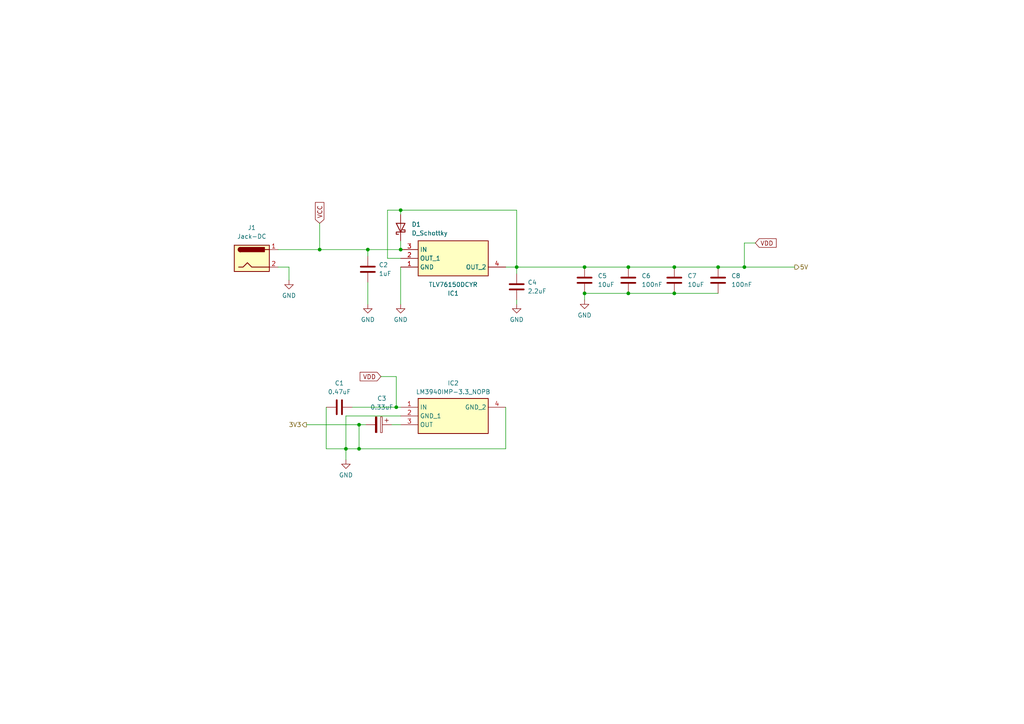
<source format=kicad_sch>
(kicad_sch (version 20230121) (generator eeschema)
  (paper "A4")
  (lib_symbols
    (symbol "Connector:Jack-DC" (pin_names (offset 1.016))
      (property "Reference" "J" (at 0 5.334 0))
      (property "Value" "Jack-DC" (at 0 -5.08 0))
      (symbol "Jack-DC_0_1"
        (rectangle (start -5.08 3.81) (end 5.08 -3.81) (stroke (width 0.254)) (fill (type background)))
        (arc (start -3.302 3.175) (mid -3.9343 2.54) (end -3.302 1.905) (stroke (width 0.254)))
        (arc (start -3.302 3.175) (mid -3.9343 2.54) (end -3.302 1.905) (stroke (width 0.254)) (fill (type outline)))
        (polyline (pts (xy 5.08 2.54) (xy 3.81 2.54)) (stroke (width 0.254)))
        (polyline (pts (xy -3.81 -2.54) (xy -2.54 -2.54) (xy -1.27 -1.27) (xy 0 -2.54) (xy 2.54 -2.54) (xy 5.08 -2.54)) (stroke (width 0.254)))
        (rectangle (start 3.683 3.175) (end -3.302 1.905) (stroke (width 0.254)) (fill (type outline)))
      )
      (symbol "Jack-DC_1_1"
        (pin passive line (at 7.62 2.54 180) (length 2.54) (name "~") (number "1"))
        (pin passive line (at 7.62 -2.54 180) (length 2.54) (name "~") (number "2"))
      )
    )
    (symbol "Device:C" (pin_numbers hide) (pin_names (offset 0.254))
      (property "Reference" "C" (at 0.635 2.54 0))
      (property "Value" "C" (at 0.635 -2.54 0))
      (symbol "C_0_1"
        (polyline (pts (xy -2.032 -0.762) (xy 2.032 -0.762)) (stroke (width 0.508)))
        (polyline (pts (xy -2.032 0.762) (xy 2.032 0.762)) (stroke (width 0.508)))
      )
      (symbol "C_1_1"
        (pin passive line (at 0 3.81 270) (length 2.794) (name "~") (number "1"))
        (pin passive line (at 0 -3.81 90) (length 2.794) (name "~") (number "2"))
      )
    )
    (symbol "Device:C_Polarized" (pin_numbers hide) (pin_names (offset 0.254))
      (property "Reference" "C" (at 0.635 2.54 0))
      (property "Value" "C_Polarized" (at 0.635 -2.54 0))
      (symbol "C_Polarized_0_1"
        (rectangle (start -2.286 0.508) (end 2.286 1.016))
        (polyline (pts (xy -1.778 2.286) (xy -0.762 2.286)))
        (polyline (pts (xy -1.27 2.794) (xy -1.27 1.778)))
        (rectangle (start 2.286 -0.508) (end -2.286 -1.016) (fill (type outline)))
      )
      (symbol "C_Polarized_1_1"
        (pin passive line (at 0 3.81 270) (length 2.794) (name "~") (number "1"))
        (pin passive line (at 0 -3.81 90) (length 2.794) (name "~") (number "2"))
      )
    )
    (symbol "Device:D_Schottky" (pin_numbers hide) (pin_names (offset 1.016) hide)
      (property "Reference" "D" (at 0 2.54 0))
      (property "Value" "D_Schottky" (at 0 -2.54 0))
      (symbol "D_Schottky_0_1"
        (polyline (pts (xy 1.27 0) (xy -1.27 0)))
        (polyline (pts (xy 1.27 1.27) (xy 1.27 -1.27) (xy -1.27 0) (xy 1.27 1.27)) (stroke (width 0.254)))
        (polyline (pts (xy -1.905 0.635) (xy -1.905 1.27) (xy -1.27 1.27) (xy -1.27 -1.27) (xy -0.635 -1.27) (xy -0.635 -0.635)) (stroke (width 0.254)))
      )
      (symbol "D_Schottky_1_1"
        (pin passive line (at -3.81 0 0) (length 2.54) (name "K") (number "1"))
        (pin passive line (at 3.81 0 180) (length 2.54) (name "A") (number "2"))
      )
    )
    (symbol "SamacSys_Parts:LM3940IMP-3.3_NOPB"
      (property "Reference" "IC" (at 26.67 7.62 0))
      (property "Value" "LM3940IMP-3.3_NOPB" (at 26.67 5.08 0))
      (symbol "LM3940IMP-3.3_NOPB_1_1"
        (rectangle (start 5.08 2.54) (end 25.4 -7.62) (stroke (width 0.254)) (fill (type background)))
        (pin passive line (at 0 0 0) (length 5.08) (name "IN") (number "1"))
        (pin passive line (at 0 -2.54 0) (length 5.08) (name "GND_1") (number "2"))
        (pin passive line (at 0 -5.08 0) (length 5.08) (name "OUT") (number "3"))
        (pin passive line (at 30.48 0 180) (length 5.08) (name "GND_2") (number "4"))
      )
    )
    (symbol "SamacSys_Parts:TLV76150DCYR"
      (property "Reference" "IC" (at 26.67 7.62 0))
      (property "Value" "TLV76150DCYR" (at 26.67 5.08 0))
      (symbol "TLV76150DCYR_1_1"
        (rectangle (start 5.08 2.54) (end 25.4 -7.62) (stroke (width 0.254)) (fill (type background)))
        (pin passive line (at 0 0 0) (length 5.08) (name "GND") (number "1"))
        (pin passive line (at 0 -2.54 0) (length 5.08) (name "OUT_1") (number "2"))
        (pin passive line (at 0 -5.08 0) (length 5.08) (name "IN") (number "3"))
        (pin passive line (at 30.48 0 180) (length 5.08) (name "OUT_2") (number "4"))
      )
    )
    (symbol "power:GND" (power) (pin_names (offset 0))
      (property "Value" "GND" (at 0 -3.81 0))
      (symbol "GND_0_1"
        (polyline (pts (xy 0 0) (xy 0 -1.27) (xy 1.27 -1.27) (xy 0 -2.54) (xy -1.27 -1.27) (xy 0 -1.27)))
      )
      (symbol "GND_1_1"
        (pin power_in line (at 0 0 270) (length 0) hide (name "GND") (number "1"))
      )
    )
  )
  (junction (at 92.71 72.39))
  (junction (at 208.28 77.47))
  (junction (at 195.58 85.09))
  (junction (at 106.68 72.39))
  (junction (at 100.33 130.175))
  (junction (at 195.58 77.47))
  (junction (at 149.86 77.47))
  (junction (at 215.9 77.47))
  (junction (at 104.14 123.19))
  (junction (at 169.545 85.09))
  (junction (at 182.245 85.09))
  (junction (at 114.935 118.11))
  (junction (at 116.205 72.39))
  (junction (at 182.245 77.47))
  (junction (at 116.205 60.96))
  (junction (at 104.14 130.175))
  (junction (at 169.545 77.47))
  (wire (pts (xy 116.205 120.65) (xy 100.33 120.65)))
  (wire (pts (xy 94.615 130.175) (xy 100.33 130.175)))
  (wire (pts (xy 100.33 120.65) (xy 100.33 130.175)))
  (wire (pts (xy 88.9 123.19) (xy 104.14 123.19)))
  (wire (pts (xy 114.935 118.11) (xy 116.205 118.11)))
  (wire (pts (xy 112.395 60.96) (xy 112.395 74.93)))
  (wire (pts (xy 169.545 85.09) (xy 169.545 86.995)))
  (wire (pts (xy 113.665 123.19) (xy 116.205 123.19)))
  (wire (pts (xy 149.86 77.47) (xy 149.86 60.96)))
  (wire (pts (xy 169.545 77.47) (xy 182.245 77.47)))
  (wire (pts (xy 195.58 77.47) (xy 208.28 77.47)))
  (wire (pts (xy 92.71 72.39) (xy 80.645 72.39)))
  (wire (pts (xy 215.9 70.485) (xy 219.075 70.485)))
  (wire (pts (xy 100.33 130.175) (xy 104.14 130.175)))
  (wire (pts (xy 146.685 77.47) (xy 149.86 77.47)))
  (wire (pts (xy 116.205 60.96) (xy 116.205 62.23)))
  (wire (pts (xy 114.935 109.22) (xy 114.935 118.11)))
  (wire (pts (xy 146.685 118.11) (xy 146.685 130.175)))
  (wire (pts (xy 106.045 123.19) (xy 104.14 123.19)))
  (wire (pts (xy 102.235 118.11) (xy 114.935 118.11)))
  (wire (pts (xy 80.645 77.47) (xy 83.82 77.47)))
  (wire (pts (xy 215.9 77.47) (xy 230.505 77.47)))
  (wire (pts (xy 106.68 72.39) (xy 92.71 72.39)))
  (wire (pts (xy 215.9 77.47) (xy 208.28 77.47)))
  (wire (pts (xy 106.68 74.295) (xy 106.68 72.39)))
  (wire (pts (xy 195.58 85.09) (xy 208.28 85.09)))
  (wire (pts (xy 94.615 118.11) (xy 94.615 130.175)))
  (wire (pts (xy 116.205 77.47) (xy 116.205 88.265)))
  (wire (pts (xy 100.33 130.175) (xy 100.33 133.35)))
  (wire (pts (xy 112.395 60.96) (xy 116.205 60.96)))
  (wire (pts (xy 92.71 64.77) (xy 92.71 72.39)))
  (wire (pts (xy 182.245 77.47) (xy 195.58 77.47)))
  (wire (pts (xy 215.9 70.485) (xy 215.9 77.47)))
  (wire (pts (xy 116.205 69.85) (xy 116.205 72.39)))
  (wire (pts (xy 106.68 72.39) (xy 116.205 72.39)))
  (wire (pts (xy 149.86 79.375) (xy 149.86 77.47)))
  (wire (pts (xy 182.245 85.09) (xy 195.58 85.09)))
  (wire (pts (xy 149.86 86.995) (xy 149.86 88.265)))
  (wire (pts (xy 104.14 130.175) (xy 146.685 130.175)))
  (wire (pts (xy 169.545 85.09) (xy 182.245 85.09)))
  (wire (pts (xy 104.14 123.19) (xy 104.14 130.175)))
  (wire (pts (xy 149.86 77.47) (xy 169.545 77.47)))
  (wire (pts (xy 110.49 109.22) (xy 114.935 109.22)))
  (wire (pts (xy 83.82 77.47) (xy 83.82 81.28)))
  (wire (pts (xy 112.395 74.93) (xy 116.205 74.93)))
  (wire (pts (xy 116.205 60.96) (xy 149.86 60.96)))
  (wire (pts (xy 106.68 81.915) (xy 106.68 88.265)))
  (global_label "VCC" (shape input) (at 92.71 64.77 90) (property "Intersheetrefs" "${INTERSHEET_REFS}" (effects hide)))
  (global_label "VDD" (shape input) (at 110.49 109.22 180) (property "Intersheetrefs" "${INTERSHEET_REFS}" (effects hide)))
  (global_label "VDD" (shape input) (at 219.075 70.485 0) (property "Intersheetrefs" "${INTERSHEET_REFS}" (effects hide)))
  (hierarchical_label "3V3" (shape output) (at 88.9 123.19 180))
  (hierarchical_label "5V" (shape output) (at 230.505 77.47 0))
  (symbol (lib_id "SamacSys_Parts:LM3940IMP-3.3_NOPB") (at 116.205 118.11 0) (unit 1)
    (property "Reference" "IC2" (at 131.445 111.125 0))
    (property "Value" "LM3940IMP-3.3_NOPB" (at 131.445 113.665 0))
    (property "Footprint" "SOT230P700X180-4N" (effects hide))
    (property "Datasheet" "http://www.ti.com/lit/ds/symlink/lm3940.pdf" (effects hide))
    (property "Height" "1.8" (effects hide))
    (property "Manufacturer_Name" "Texas Instruments" (effects hide))
    (property "Manufacturer_Part_Number" "LM3940IMP-3.3/NOPB" (effects hide))
    (property "Mouser Part Number" "926-LM3940IMP3.3NOPB" (effects hide))
    (property "Mouser Price/Stock" "https://www.mouser.co.uk/ProductDetail/Texas-Instruments/LM3940IMP-3.3-NOPB?qs=QbsRYf82W3EIVCEt3IRFTQ%3D%3D" (effects hide))
    (property "Arrow Part Number" "LM3940IMP-3.3/NOPB" (effects hide))
    (property "Arrow Price/Stock" "https://www.arrow.com/en/products/lm3940imp-3.3nopb/texas-instruments?region=nac" (effects hide))
  )
  (symbol (lib_id "SamacSys_Parts:TLV76150DCYR") (at 116.205 77.47 0) (mirror x) (unit 1)
    (property "Reference" "IC1" (at 131.445 85.09 0))
    (property "Value" "TLV76150DCYR" (at 131.445 82.55 0))
    (property "Footprint" "SOT230P700X180-4N" (effects hide))
    (property "Datasheet" "https://www.ti.com/lit/ds/symlink/tlv761.pdf" (effects hide))
    (property "Height" "1.8" (effects hide))
    (property "Manufacturer_Name" "Texas Instruments" (effects hide))
    (property "Manufacturer_Part_Number" "TLV76150DCYR" (effects hide))
    (property "Mouser Part Number" "595-TLV76150DCYR" (effects hide))
    (property "Mouser Price/Stock" "https://www.mouser.co.uk/ProductDetail/Texas-Instruments/TLV76150DCYR?qs=Jm2GQyTW%2Fbii1Rd2R0M2bQ%3D%3D" (effects hide))
    (property "Arrow Part Number" "TLV76150DCYR" (effects hide))
    (property "Arrow Price/Stock" "https://www.arrow.com/en/products/tlv76150dcyr/texas-instruments?region=nac" (effects hide))
  )
  (symbol (lib_id "power:GND") (at 83.82 81.28 0) (unit 1)
    (property "Reference" "#PWR01" (effects hide))
    (property "Value" "GND" (at 83.82 85.725 0))
  )
  (symbol (lib_id "Connector:Jack-DC") (at 73.025 74.93 0) (unit 1)
    (property "Reference" "J1" (at 73.025 66.04 0))
    (property "Value" "Jack-DC" (at 73.025 68.58 0))
  )
  (symbol (lib_id "Device:C") (at 208.28 81.28 0) (unit 1)
    (property "Reference" "C8" (at 212.09 80.01 0) (effects (justify left)))
    (property "Value" "100nF" (at 212.09 82.55 0) (effects (justify left)))
  )
  (symbol (lib_id "Device:D_Schottky") (at 116.205 66.04 90) (unit 1)
    (property "Reference" "D1" (at 119.38 65.0875 90) (effects (justify right)))
    (property "Value" "D_Schottky" (at 119.38 67.6275 90) (effects (justify right)))
  )
  (symbol (lib_id "Device:C") (at 169.545 81.28 0) (unit 1)
    (property "Reference" "C5" (at 173.355 80.01 0) (effects (justify left)))
    (property "Value" "10uF" (at 173.355 82.55 0) (effects (justify left)))
  )
  (symbol (lib_id "Device:C_Polarized") (at 109.855 123.19 270) (unit 1)
    (property "Reference" "C3" (at 110.744 115.57 90))
    (property "Value" "0.33uF" (at 110.744 118.11 90))
  )
  (symbol (lib_id "power:GND") (at 169.545 86.995 0) (unit 1)
    (property "Reference" "#PWR06" (effects hide))
    (property "Value" "GND" (at 169.545 91.44 0))
  )
  (symbol (lib_id "power:GND") (at 100.33 133.35 0) (unit 1)
    (property "Reference" "#PWR02" (effects hide))
    (property "Value" "GND" (at 100.33 137.795 0))
  )
  (symbol (lib_id "Device:C") (at 195.58 81.28 0) (unit 1)
    (property "Reference" "C7" (at 199.39 80.01 0) (effects (justify left)))
    (property "Value" "10uF" (at 199.39 82.55 0) (effects (justify left)))
  )
  (symbol (lib_id "power:GND") (at 116.205 88.265 0) (unit 1)
    (property "Reference" "#PWR04" (effects hide))
    (property "Value" "GND" (at 116.205 92.71 0))
  )
  (symbol (lib_id "power:GND") (at 106.68 88.265 0) (unit 1)
    (property "Reference" "#PWR03" (effects hide))
    (property "Value" "GND" (at 106.68 92.71 0))
  )
  (symbol (lib_id "Device:C") (at 98.425 118.11 90) (unit 1)
    (property "Reference" "C1" (at 98.425 111.125 90))
    (property "Value" "0.47uF" (at 98.425 113.665 90))
  )
  (symbol (lib_id "Device:C") (at 182.245 81.28 0) (unit 1)
    (property "Reference" "C6" (at 186.055 80.01 0) (effects (justify left)))
    (property "Value" "100nF" (at 186.055 82.55 0) (effects (justify left)))
  )
  (symbol (lib_id "Device:C") (at 149.86 83.185 0) (unit 1)
    (property "Reference" "C4" (at 153.035 81.915 0) (effects (justify left)))
    (property "Value" "2.2uF" (at 153.035 84.455 0) (effects (justify left)))
  )
  (symbol (lib_id "power:GND") (at 149.86 88.265 0) (unit 1)
    (property "Reference" "#PWR05" (effects hide))
    (property "Value" "GND" (at 149.86 92.71 0))
  )
  (symbol (lib_id "Device:C") (at 106.68 78.105 0) (unit 1)
    (property "Reference" "C2" (at 109.855 76.835 0) (effects (justify left)))
    (property "Value" "1uF" (at 109.855 79.375 0) (effects (justify left)))
  )
)
</source>
